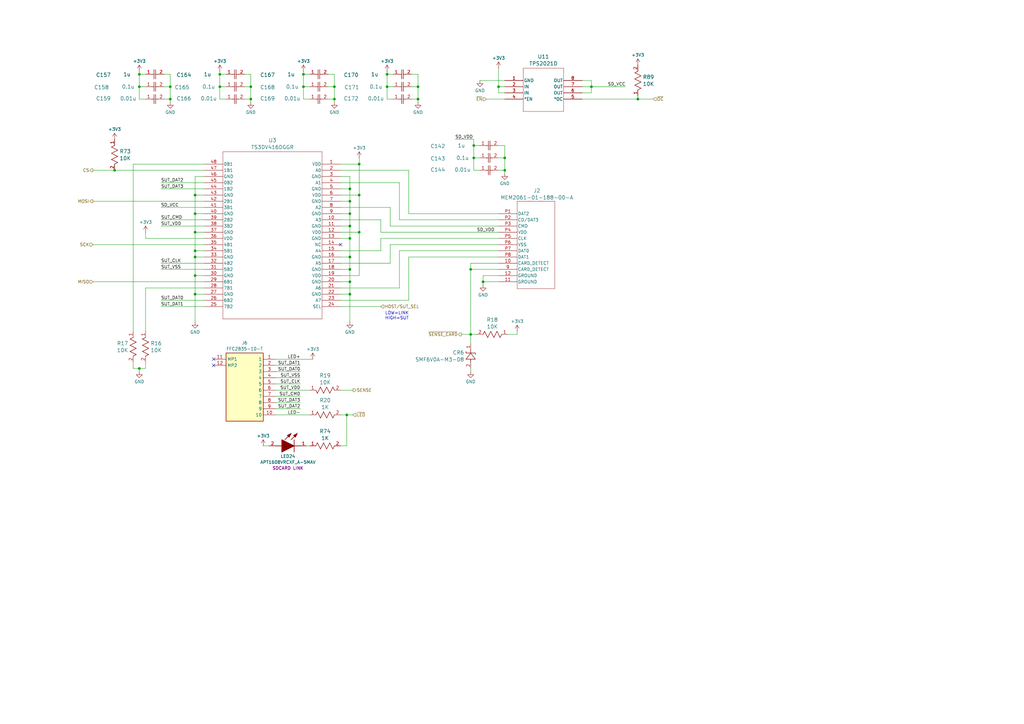
<source format=kicad_sch>
(kicad_sch (version 20231120) (generator "eeschema") (generator_version "8.0")
  (paper "A3")
  (title_block (title "Oro Link") (date "2025-06-02") (rev "9") (company "Oro Operating System") (comment 1 "oro.sh") (comment 2 "Copyright 2023-2025, MPL 2.0") (comment 3 "Joshua Lee Junon"))
  (lib_symbols
    (symbol "OroLink:0402B103J160CT" (pin_names (offset 0.254))
      (property "Reference" "C" (at 3.81 3.81 0))
      (property "Value" "0402B103J160CT" (at 3.81 -3.81 0))
      (symbol "0402B103J160CT_1_1"
        (pin unspecified line (at 0 0 0) (length 2.54) (name "") (number "1"))
        (pin unspecified line (at 7.62 0 180) (length 2.54) (name "") (number "2"))
      )
      (symbol "0402B103J160CT_1_2"
        (pin unspecified line (at 0 0 270) (length 2.54) (name "") (number "1"))
        (pin unspecified line (at 0 -7.62 90) (length 2.54) (name "") (number "2"))
      )
    )
    (symbol "OroLink:APT1608VRCXF_A-5MAV" (pin_names hide)
      (property "Reference" "LED" (at 12.7 8.89 0))
      (property "Value" "APT1608VRCXF_A-5MAV" (at 12.7 6.35 0))
      (symbol "APT1608VRCXF_A-5MAV_1_1"
        (pin passive line (at 0 0 0) (length 2.54) (name "K") (number "1"))
        (pin passive line (at 15.24 0 180) (length 2.54) (name "A") (number "2"))
      )
    )
    (symbol "OroLink:FFC2B35-10-T"
      (property "Reference" "J" (at 21.59 7.62 0))
      (property "Value" "FFC2B35-10-T" (at 21.59 5.08 0))
      (symbol "FFC2B35-10-T_1_1"
        (pin passive line (at 25.4 0 180) (length 5.08) (name "1") (number "1"))
        (pin passive line (at 25.4 -22.86 180) (length 5.08) (name "10") (number "10"))
        (pin passive line (at 0 0 0) (length 5.08) (name "MP1") (number "11"))
        (pin passive line (at 0 -2.54 0) (length 5.08) (name "MP2") (number "12"))
        (pin passive line (at 25.4 -2.54 180) (length 5.08) (name "2") (number "2"))
        (pin passive line (at 25.4 -5.08 180) (length 5.08) (name "3") (number "3"))
        (pin passive line (at 25.4 -7.62 180) (length 5.08) (name "4") (number "4"))
        (pin passive line (at 25.4 -10.16 180) (length 5.08) (name "5") (number "5"))
        (pin passive line (at 25.4 -12.7 180) (length 5.08) (name "6") (number "6"))
        (pin passive line (at 25.4 -15.24 180) (length 5.08) (name "7") (number "7"))
        (pin passive line (at 25.4 -17.78 180) (length 5.08) (name "8") (number "8"))
        (pin passive line (at 25.4 -20.32 180) (length 5.08) (name "9") (number "9"))
      )
    )
    (symbol "OroLink:JMK105BJ105KVHF" (pin_names (offset 0.254))
      (property "Reference" "C" (at 3.81 3.81 0))
      (property "Value" "JMK105BJ105KVHF" (at 3.81 -3.81 0))
      (symbol "JMK105BJ105KVHF_1_1"
        (pin unspecified line (at 0 0 0) (length 2.54) (name "") (number "1"))
        (pin unspecified line (at 7.62 0 180) (length 2.54) (name "") (number "2"))
      )
      (symbol "JMK105BJ105KVHF_1_2"
        (pin unspecified line (at 0 0 270) (length 2.54) (name "") (number "1"))
        (pin unspecified line (at 0 -7.62 90) (length 2.54) (name "") (number "2"))
      )
    )
    (symbol "OroLink:MEM2061-01-188-00-A" (pin_names (offset 0.254))
      (property "Reference" "J2" (at 15.748 9.4369 0))
      (property "Value" "MEM2061-01-188-00-A" (at 15.748 6.604 0))
      (symbol "MEM2061-01-188-00-A_0_1"
        (pin unspecified line (at 0 -20.32 0) (length 7.62) (name "CARD_DETECT") (number "10"))
        (pin power_out line (at 0 -27.94 0) (length 7.62) (name "GROUND") (number "11"))
        (pin power_out line (at 0 -25.4 0) (length 7.62) (name "GROUND") (number "12"))
        (pin unspecified line (at 0 -22.86 0) (length 7.62) (name "CARD_DETECT") (number "9"))
        (pin bidirectional line (at 0 0 0) (length 7.62) (name "DAT2") (number "P1"))
        (pin bidirectional line (at 0 -2.54 0) (length 7.62) (name "CD/DAT3") (number "P2"))
        (pin bidirectional line (at 0 -5.08 0) (length 7.62) (name "CMD") (number "P3"))
        (pin power_in line (at 0 -7.62 0) (length 7.62) (name "VDD") (number "P4"))
        (pin unspecified line (at 0 -10.16 0) (length 7.62) (name "CLK") (number "P5"))
        (pin power_out line (at 0 -12.7 0) (length 7.62) (name "VSS") (number "P6"))
        (pin bidirectional line (at 0 -15.24 0) (length 7.62) (name "DAT0") (number "P7"))
        (pin bidirectional line (at 0 -17.78 0) (length 7.62) (name "DAT1") (number "P8"))
      )
    )
    (symbol "OroLink:MSAST1L3YB5104KFNA01" (pin_names (offset 0.254))
      (property "Reference" "C" (at 3.81 3.81 0))
      (property "Value" "MSAST1L3YB5104KFNA01" (at 3.81 -3.81 0))
      (symbol "MSAST1L3YB5104KFNA01_1_1"
        (pin unspecified line (at 0 0 0) (length 2.54) (name "") (number "1"))
        (pin unspecified line (at 7.62 0 180) (length 2.54) (name "") (number "2"))
      )
      (symbol "MSAST1L3YB5104KFNA01_1_2"
        (pin unspecified line (at 0 0 270) (length 2.54) (name "") (number "1"))
        (pin unspecified line (at 0 -7.62 90) (length 2.54) (name "") (number "2"))
      )
    )
    (symbol "OroLink:RMCF0402FT10K0" (pin_names (offset 0.254))
      (property "Reference" "R" (at 5.715 3.81 0))
      (property "Value" "RMCF0402FT10K0" (at 6.35 -3.81 0))
      (symbol "RMCF0402FT10K0_1_1"
        (pin unspecified line (at 0 0 0) (length 2.54) (name "") (number "1"))
        (pin unspecified line (at 12.7 0 180) (length 2.54) (name "") (number "2"))
      )
      (symbol "RMCF0402FT10K0_1_2"
        (pin unspecified line (at 0 12.7 270) (length 2.54) (name "") (number "1"))
        (pin unspecified line (at 0 0 90) (length 2.54) (name "") (number "2"))
      )
    )
    (symbol "OroLink:SG73P2ATTD102J" (pin_names (offset 0.254))
      (property "Reference" "R" (at 5.715 3.81 0))
      (property "Value" "SG73P2ATTD102J" (at 6.35 -3.81 0))
      (symbol "SG73P2ATTD102J_1_1"
        (pin unspecified line (at 0 0 0) (length 2.54) (name "") (number "1"))
        (pin unspecified line (at 12.7 0 180) (length 2.54) (name "") (number "2"))
      )
      (symbol "SG73P2ATTD102J_1_2"
        (pin unspecified line (at 0 12.7 270) (length 2.54) (name "") (number "1"))
        (pin unspecified line (at 0 0 90) (length 2.54) (name "") (number "2"))
      )
    )
    (symbol "OroLink:SMF6V0A-M3-08" (pin_names (offset 0.254))
      (property "Reference" "CR" (at 5.08 4.445 0))
      (property "Value" "SMF6V0A-M3-08" (at 5.08 -3.81 0))
      (symbol "SMF6V0A-M3-08_0_1"
        (pin unspecified line (at 10.16 0 180) (length 2.54) (name "") (number "1"))
        (pin unspecified line (at 0 0 0) (length 2.54) (name "") (number "2"))
      )
    )
    (symbol "OroLink:TPS2021D" (pin_names (offset 0.254))
      (property "Reference" "U2" (at 15.748 9.4369 0))
      (property "Value" "TPS2021D" (at 15.748 6.604 0))
      (symbol "TPS2021D_0_1"
        (pin input line (at 0 0 0) (length 7.62) (name "GND") (number "1"))
        (pin input line (at 0 -2.54 0) (length 7.62) (name "IN") (number "2"))
        (pin input line (at 0 -5.08 0) (length 7.62) (name "IN") (number "3"))
        (pin input line (at 0 -7.62 0) (length 7.62) (name "*EN") (number "4"))
        (pin output line (at 31.75 -7.62 180) (length 7.62) (name "*OC") (number "5"))
        (pin output line (at 31.75 -5.08 180) (length 7.62) (name "OUT") (number "6"))
        (pin output line (at 31.75 -2.54 180) (length 7.62) (name "OUT") (number "7"))
        (pin output line (at 31.75 0 180) (length 7.62) (name "OUT") (number "8"))
      )
    )
    (symbol "OroLink:TS3DV416DGGR" (pin_names (offset 0.254))
      (property "Reference" "U" (at 27.94 10.16 0))
      (property "Value" "TS3DV416DGGR" (at 27.94 7.62 0))
      (symbol "TS3DV416DGGR_0_1"
        (pin power_in line (at 0 0 0) (length 7.62) (name "VDD") (number "1"))
        (pin bidirectional line (at 0 -22.86 0) (length 7.62) (name "A3") (number "10"))
        (pin power_in line (at 0 -25.4 0) (length 7.62) (name "GND") (number "11"))
        (pin power_in line (at 0 -27.94 0) (length 7.62) (name "VDD") (number "12"))
        (pin power_in line (at 0 -30.48 0) (length 7.62) (name "GND") (number "13"))
        (pin unspecified line (at 0 -33.02 0) (length 7.62) (name "NC") (number "14"))
        (pin bidirectional line (at 0 -35.56 0) (length 7.62) (name "A4") (number "15"))
        (pin power_in line (at 0 -38.1 0) (length 7.62) (name "GND") (number "16"))
        (pin bidirectional line (at 0 -40.64 0) (length 7.62) (name "A5") (number "17"))
        (pin power_in line (at 0 -43.18 0) (length 7.62) (name "GND") (number "18"))
        (pin power_in line (at 0 -45.72 0) (length 7.62) (name "VDD") (number "19"))
        (pin bidirectional line (at 0 -2.54 0) (length 7.62) (name "A0") (number "2"))
        (pin power_in line (at 0 -48.26 0) (length 7.62) (name "GND") (number "20"))
        (pin bidirectional line (at 0 -50.8 0) (length 7.62) (name "A6") (number "21"))
        (pin power_in line (at 0 -53.34 0) (length 7.62) (name "GND") (number "22"))
        (pin bidirectional line (at 0 -55.88 0) (length 7.62) (name "A7") (number "23"))
        (pin input line (at 0 -58.42 0) (length 7.62) (name "SEL") (number "24"))
        (pin bidirectional line (at 55.88 -58.42 180) (length 7.62) (name "7B2") (number "25"))
        (pin bidirectional line (at 55.88 -55.88 180) (length 7.62) (name "6B2") (number "26"))
        (pin power_in line (at 55.88 -53.34 180) (length 7.62) (name "GND") (number "27"))
        (pin bidirectional line (at 55.88 -50.8 180) (length 7.62) (name "7B1") (number "28"))
        (pin bidirectional line (at 55.88 -48.26 180) (length 7.62) (name "6B1") (number "29"))
        (pin power_in line (at 0 -5.08 0) (length 7.62) (name "GND") (number "3"))
        (pin power_in line (at 55.88 -45.72 180) (length 7.62) (name "GND") (number "30"))
        (pin bidirectional line (at 55.88 -43.18 180) (length 7.62) (name "5B2") (number "31"))
        (pin bidirectional line (at 55.88 -40.64 180) (length 7.62) (name "4B2") (number "32"))
        (pin power_in line (at 55.88 -38.1 180) (length 7.62) (name "GND") (number "33"))
        (pin bidirectional line (at 55.88 -35.56 180) (length 7.62) (name "5B1") (number "34"))
        (pin bidirectional line (at 55.88 -33.02 180) (length 7.62) (name "4B1") (number "35"))
        (pin power_in line (at 55.88 -30.48 180) (length 7.62) (name "VDD") (number "36"))
        (pin power_in line (at 55.88 -27.94 180) (length 7.62) (name "GND") (number "37"))
        (pin bidirectional line (at 55.88 -25.4 180) (length 7.62) (name "3B2") (number "38"))
        (pin bidirectional line (at 55.88 -22.86 180) (length 7.62) (name "2B2") (number "39"))
        (pin bidirectional line (at 0 -7.62 0) (length 7.62) (name "A1") (number "4"))
        (pin power_in line (at 55.88 -20.32 180) (length 7.62) (name "GND") (number "40"))
        (pin bidirectional line (at 55.88 -17.78 180) (length 7.62) (name "3B1") (number "41"))
        (pin bidirectional line (at 55.88 -15.24 180) (length 7.62) (name "2B1") (number "42"))
        (pin power_in line (at 55.88 -12.7 180) (length 7.62) (name "GND") (number "43"))
        (pin bidirectional line (at 55.88 -10.16 180) (length 7.62) (name "1B2") (number "44"))
        (pin bidirectional line (at 55.88 -7.62 180) (length 7.62) (name "0B2") (number "45"))
        (pin power_in line (at 55.88 -5.08 180) (length 7.62) (name "GND") (number "46"))
        (pin bidirectional line (at 55.88 -2.54 180) (length 7.62) (name "1B1") (number "47"))
        (pin bidirectional line (at 55.88 0 180) (length 7.62) (name "0B1") (number "48"))
        (pin power_in line (at 0 -10.16 0) (length 7.62) (name "GND") (number "5"))
        (pin power_in line (at 0 -12.7 0) (length 7.62) (name "VDD") (number "6"))
        (pin power_in line (at 0 -15.24 0) (length 7.62) (name "GND") (number "7"))
        (pin bidirectional line (at 0 -17.78 0) (length 7.62) (name "A2") (number "8"))
        (pin power_in line (at 0 -20.32 0) (length 7.62) (name "GND") (number "9"))
      )
    )
    (symbol "power:+3V3" (power) (pin_numbers hide) (pin_names (offset 0) hide)
      (property "Value" "+3V3" (at 0 3.556 0))
      (symbol "+3V3_1_1"
        (pin power_in line (at 0 0 90) (length 0) (name "~") (number "1"))
      )
    )
    (symbol "power:GND" (power) (pin_numbers hide) (pin_names (offset 0) hide)
      (property "Value" "GND" (at 0 -3.81 0))
      (symbol "GND_1_1"
        (pin power_in line (at 0 0 270) (length 0) (name "~") (number "1"))
      )
    )
  )
  (junction (at 143.51 105.41))
  (junction (at 80.01 120.65))
  (junction (at 124.46 30.48))
  (junction (at 137.16 40.64))
  (junction (at 124.46 35.56))
  (junction (at 69.85 35.56))
  (junction (at 147.32 80.01))
  (junction (at 46.99 69.85))
  (junction (at 102.87 40.64))
  (junction (at 90.17 30.48))
  (junction (at 207.01 64.77))
  (junction (at 171.45 40.64))
  (junction (at 194.31 59.69))
  (junction (at 171.45 35.56))
  (junction (at 204.47 35.56))
  (junction (at 143.51 120.65))
  (junction (at 193.04 110.49))
  (junction (at 80.01 105.41))
  (junction (at 147.32 67.31))
  (junction (at 143.51 92.71))
  (junction (at 143.51 97.79))
  (junction (at 143.51 82.55))
  (junction (at 143.51 115.57))
  (junction (at 80.01 102.87))
  (junction (at 57.15 35.56))
  (junction (at 57.15 30.48))
  (junction (at 261.62 40.64))
  (junction (at 194.31 64.77))
  (junction (at 147.32 95.25))
  (junction (at 143.51 77.47))
  (junction (at 242.57 35.56))
  (junction (at 143.51 110.49))
  (junction (at 143.51 87.63))
  (junction (at 207.01 69.85))
  (junction (at 158.75 30.48))
  (junction (at 102.87 35.56))
  (junction (at 158.75 35.56))
  (junction (at 80.01 80.01))
  (junction (at 80.01 113.03))
  (junction (at 80.01 87.63))
  (junction (at 142.24 170.18))
  (junction (at 69.85 40.64))
  (junction (at 90.17 35.56))
  (junction (at 80.01 95.25))
  (junction (at 198.12 115.57))
  (junction (at 57.15 151.13))
  (junction (at 193.04 137.16))
  (junction (at 137.16 35.56))
  (no_connect (at 87.63 147.32))
  (no_connect (at 139.7 100.33))
  (no_connect (at 87.63 149.86))
  (wire (pts (xy 67.31 30.48) (xy 69.85 30.48)))
  (wire (pts (xy 189.23 137.16) (xy 193.04 137.16)))
  (wire (pts (xy 163.83 102.87) (xy 163.83 118.11)))
  (wire (pts (xy 69.85 30.48) (xy 69.85 35.56)))
  (wire (pts (xy 113.03 147.32) (xy 128.27 147.32)))
  (wire (pts (xy 57.15 30.48) (xy 57.15 29.21)))
  (wire (pts (xy 147.32 64.77) (xy 147.32 67.31)))
  (wire (pts (xy 80.01 95.25) (xy 80.01 102.87)))
  (wire (pts (xy 167.64 105.41) (xy 204.47 105.41)))
  (wire (pts (xy 59.69 30.48) (xy 57.15 30.48)))
  (wire (pts (xy 163.83 90.17) (xy 163.83 74.93)))
  (wire (pts (xy 171.45 35.56) (xy 171.45 40.64)))
  (wire (pts (xy 59.69 118.11) (xy 59.69 135.89)))
  (wire (pts (xy 80.01 72.39) (xy 80.01 80.01)))
  (wire (pts (xy 147.32 95.25) (xy 139.7 95.25)))
  (wire (pts (xy 207.01 38.1) (xy 204.47 38.1)))
  (wire (pts (xy 83.82 110.49) (xy 66.04 110.49)))
  (wire (pts (xy 161.29 35.56) (xy 158.75 35.56)))
  (wire (pts (xy 83.82 90.17) (xy 66.04 90.17)))
  (wire (pts (xy 83.82 92.71) (xy 66.04 92.71)))
  (wire (pts (xy 160.02 100.33) (xy 160.02 107.95)))
  (wire (pts (xy 137.16 40.64) (xy 137.16 41.91)))
  (wire (pts (xy 161.29 40.64) (xy 158.75 40.64)))
  (wire (pts (xy 156.21 125.73) (xy 139.7 125.73)))
  (wire (pts (xy 134.62 35.56) (xy 137.16 35.56)))
  (wire (pts (xy 83.82 80.01) (xy 80.01 80.01)))
  (wire (pts (xy 113.03 157.48) (xy 123.19 157.48)))
  (wire (pts (xy 80.01 120.65) (xy 80.01 132.08)))
  (wire (pts (xy 83.82 82.55) (xy 38.1 82.55)))
  (wire (pts (xy 139.7 92.71) (xy 143.51 92.71)))
  (wire (pts (xy 143.51 115.57) (xy 139.7 115.57)))
  (wire (pts (xy 156.21 90.17) (xy 139.7 90.17)))
  (wire (pts (xy 147.32 80.01) (xy 147.32 95.25)))
  (wire (pts (xy 147.32 67.31) (xy 139.7 67.31)))
  (wire (pts (xy 156.21 97.79) (xy 156.21 102.87)))
  (wire (pts (xy 83.82 87.63) (xy 80.01 87.63)))
  (wire (pts (xy 113.03 167.64) (xy 123.19 167.64)))
  (wire (pts (xy 171.45 30.48) (xy 171.45 35.56)))
  (wire (pts (xy 163.83 118.11) (xy 139.7 118.11)))
  (wire (pts (xy 139.7 113.03) (xy 147.32 113.03)))
  (wire (pts (xy 207.01 64.77) (xy 207.01 69.85)))
  (wire (pts (xy 156.21 97.79) (xy 204.47 97.79)))
  (wire (pts (xy 242.57 33.02) (xy 242.57 35.56)))
  (wire (pts (xy 143.51 82.55) (xy 143.51 87.63)))
  (wire (pts (xy 127 35.56) (xy 124.46 35.56)))
  (wire (pts (xy 80.01 87.63) (xy 80.01 95.25)))
  (wire (pts (xy 67.31 35.56) (xy 69.85 35.56)))
  (wire (pts (xy 193.04 107.95) (xy 193.04 110.49)))
  (wire (pts (xy 83.82 118.11) (xy 59.69 118.11)))
  (wire (pts (xy 92.71 40.64) (xy 90.17 40.64)))
  (wire (pts (xy 143.51 115.57) (xy 143.51 120.65)))
  (wire (pts (xy 83.82 100.33) (xy 38.1 100.33)))
  (wire (pts (xy 139.7 72.39) (xy 143.51 72.39)))
  (wire (pts (xy 163.83 102.87) (xy 204.47 102.87)))
  (wire (pts (xy 167.64 87.63) (xy 167.64 69.85)))
  (wire (pts (xy 59.69 95.25) (xy 59.69 97.79)))
  (wire (pts (xy 267.97 40.64) (xy 261.62 40.64)))
  (wire (pts (xy 242.57 35.56) (xy 256.54 35.56)))
  (wire (pts (xy 144.78 160.02) (xy 139.7 160.02)))
  (wire (pts (xy 212.09 137.16) (xy 208.28 137.16)))
  (wire (pts (xy 127 40.64) (xy 124.46 40.64)))
  (wire (pts (xy 161.29 30.48) (xy 158.75 30.48)))
  (wire (pts (xy 160.02 92.71) (xy 160.02 85.09)))
  (wire (pts (xy 139.7 105.41) (xy 143.51 105.41)))
  (wire (pts (xy 83.82 85.09) (xy 66.04 85.09)))
  (wire (pts (xy 212.09 137.16) (xy 212.09 135.89)))
  (wire (pts (xy 83.82 123.19) (xy 66.04 123.19)))
  (wire (pts (xy 193.04 137.16) (xy 195.58 137.16)))
  (wire (pts (xy 102.87 30.48) (xy 102.87 35.56)))
  (wire (pts (xy 143.51 72.39) (xy 143.51 77.47)))
  (wire (pts (xy 83.82 69.85) (xy 46.99 69.85)))
  (wire (pts (xy 160.02 85.09) (xy 139.7 85.09)))
  (wire (pts (xy 134.62 30.48) (xy 137.16 30.48)))
  (wire (pts (xy 139.7 82.55) (xy 143.51 82.55)))
  (wire (pts (xy 207.01 69.85) (xy 207.01 71.12)))
  (wire (pts (xy 158.75 30.48) (xy 158.75 29.21)))
  (wire (pts (xy 139.7 87.63) (xy 143.51 87.63)))
  (wire (pts (xy 168.91 40.64) (xy 171.45 40.64)))
  (wire (pts (xy 59.69 40.64) (xy 57.15 40.64)))
  (wire (pts (xy 204.47 35.56) (xy 207.01 35.56)))
  (wire (pts (xy 261.62 40.64) (xy 238.76 40.64)))
  (wire (pts (xy 100.33 40.64) (xy 102.87 40.64)))
  (wire (pts (xy 238.76 33.02) (xy 242.57 33.02)))
  (wire (pts (xy 59.69 35.56) (xy 57.15 35.56)))
  (wire (pts (xy 113.03 165.1) (xy 123.19 165.1)))
  (wire (pts (xy 90.17 35.56) (xy 90.17 30.48)))
  (wire (pts (xy 163.83 90.17) (xy 204.47 90.17)))
  (wire (pts (xy 57.15 40.64) (xy 57.15 35.56)))
  (wire (pts (xy 160.02 107.95) (xy 139.7 107.95)))
  (wire (pts (xy 83.82 107.95) (xy 66.04 107.95)))
  (wire (pts (xy 83.82 113.03) (xy 80.01 113.03)))
  (wire (pts (xy 158.75 40.64) (xy 158.75 35.56)))
  (wire (pts (xy 160.02 100.33) (xy 204.47 100.33)))
  (wire (pts (xy 167.64 123.19) (xy 139.7 123.19)))
  (wire (pts (xy 147.32 67.31) (xy 147.32 80.01)))
  (wire (pts (xy 238.76 35.56) (xy 242.57 35.56)))
  (wire (pts (xy 107.95 182.88) (xy 110.49 182.88)))
  (wire (pts (xy 194.31 57.15) (xy 194.31 59.69)))
  (wire (pts (xy 100.33 35.56) (xy 102.87 35.56)))
  (wire (pts (xy 113.03 154.94) (xy 123.19 154.94)))
  (wire (pts (xy 158.75 35.56) (xy 158.75 30.48)))
  (wire (pts (xy 143.51 77.47) (xy 143.51 82.55)))
  (wire (pts (xy 57.15 35.56) (xy 57.15 30.48)))
  (wire (pts (xy 139.7 170.18) (xy 142.24 170.18)))
  (wire (pts (xy 196.85 59.69) (xy 194.31 59.69)))
  (wire (pts (xy 207.01 33.02) (xy 196.85 33.02)))
  (wire (pts (xy 54.61 135.89) (xy 54.61 67.31)))
  (wire (pts (xy 124.46 35.56) (xy 124.46 30.48)))
  (wire (pts (xy 92.71 35.56) (xy 90.17 35.56)))
  (wire (pts (xy 113.03 170.18) (xy 127 170.18)))
  (wire (pts (xy 139.7 182.88) (xy 142.24 182.88)))
  (wire (pts (xy 54.61 151.13) (xy 54.61 148.59)))
  (wire (pts (xy 83.82 74.93) (xy 66.04 74.93)))
  (wire (pts (xy 100.33 30.48) (xy 102.87 30.48)))
  (wire (pts (xy 67.31 40.64) (xy 69.85 40.64)))
  (wire (pts (xy 69.85 35.56) (xy 69.85 40.64)))
  (wire (pts (xy 143.51 110.49) (xy 143.51 115.57)))
  (wire (pts (xy 198.12 113.03) (xy 198.12 115.57)))
  (wire (pts (xy 167.64 105.41) (xy 167.64 123.19)))
  (wire (pts (xy 156.21 95.25) (xy 156.21 90.17)))
  (wire (pts (xy 168.91 35.56) (xy 171.45 35.56)))
  (wire (pts (xy 90.17 40.64) (xy 90.17 35.56)))
  (wire (pts (xy 83.82 102.87) (xy 80.01 102.87)))
  (wire (pts (xy 198.12 115.57) (xy 204.47 115.57)))
  (wire (pts (xy 57.15 152.4) (xy 57.15 151.13)))
  (wire (pts (xy 143.51 120.65) (xy 139.7 120.65)))
  (wire (pts (xy 193.04 110.49) (xy 193.04 137.16)))
  (wire (pts (xy 80.01 113.03) (xy 80.01 120.65)))
  (wire (pts (xy 194.31 69.85) (xy 194.31 64.77)))
  (wire (pts (xy 143.51 110.49) (xy 139.7 110.49)))
  (wire (pts (xy 90.17 30.48) (xy 90.17 29.21)))
  (wire (pts (xy 127 30.48) (xy 124.46 30.48)))
  (wire (pts (xy 171.45 40.64) (xy 171.45 41.91)))
  (wire (pts (xy 80.01 80.01) (xy 80.01 87.63)))
  (wire (pts (xy 143.51 120.65) (xy 143.51 132.08)))
  (wire (pts (xy 113.03 160.02) (xy 127 160.02)))
  (wire (pts (xy 124.46 30.48) (xy 124.46 29.21)))
  (wire (pts (xy 46.99 69.85) (xy 38.1 69.85)))
  (wire (pts (xy 261.62 39.37) (xy 261.62 40.64)))
  (wire (pts (xy 196.85 64.77) (xy 194.31 64.77)))
  (wire (pts (xy 134.62 40.64) (xy 137.16 40.64)))
  (wire (pts (xy 59.69 148.59) (xy 59.69 151.13)))
  (wire (pts (xy 193.04 140.97) (xy 193.04 137.16)))
  (wire (pts (xy 156.21 95.25) (xy 204.47 95.25)))
  (wire (pts (xy 199.39 40.64) (xy 207.01 40.64)))
  (wire (pts (xy 59.69 151.13) (xy 57.15 151.13)))
  (wire (pts (xy 156.21 102.87) (xy 139.7 102.87)))
  (wire (pts (xy 80.01 105.41) (xy 80.01 113.03)))
  (wire (pts (xy 204.47 38.1) (xy 204.47 35.56)))
  (wire (pts (xy 238.76 38.1) (xy 242.57 38.1)))
  (wire (pts (xy 163.83 74.93) (xy 139.7 74.93)))
  (wire (pts (xy 83.82 115.57) (xy 38.1 115.57)))
  (wire (pts (xy 69.85 40.64) (xy 69.85 41.91)))
  (wire (pts (xy 167.64 69.85) (xy 139.7 69.85)))
  (wire (pts (xy 83.82 77.47) (xy 66.04 77.47)))
  (wire (pts (xy 160.02 92.71) (xy 204.47 92.71)))
  (wire (pts (xy 142.24 170.18) (xy 144.78 170.18)))
  (wire (pts (xy 147.32 95.25) (xy 147.32 113.03)))
  (wire (pts (xy 83.82 95.25) (xy 80.01 95.25)))
  (wire (pts (xy 147.32 80.01) (xy 139.7 80.01)))
  (wire (pts (xy 83.82 125.73) (xy 66.04 125.73)))
  (wire (pts (xy 139.7 77.47) (xy 143.51 77.47)))
  (wire (pts (xy 204.47 59.69) (xy 207.01 59.69)))
  (wire (pts (xy 193.04 107.95) (xy 204.47 107.95)))
  (wire (pts (xy 143.51 87.63) (xy 143.51 92.71)))
  (wire (pts (xy 204.47 69.85) (xy 207.01 69.85)))
  (wire (pts (xy 204.47 35.56) (xy 204.47 27.94)))
  (wire (pts (xy 83.82 120.65) (xy 80.01 120.65)))
  (wire (pts (xy 113.03 152.4) (xy 123.19 152.4)))
  (wire (pts (xy 204.47 113.03) (xy 198.12 113.03)))
  (wire (pts (xy 113.03 162.56) (xy 123.19 162.56)))
  (wire (pts (xy 168.91 30.48) (xy 171.45 30.48)))
  (wire (pts (xy 83.82 97.79) (xy 59.69 97.79)))
  (wire (pts (xy 57.15 151.13) (xy 54.61 151.13)))
  (wire (pts (xy 142.24 182.88) (xy 142.24 170.18)))
  (wire (pts (xy 83.82 72.39) (xy 80.01 72.39)))
  (wire (pts (xy 242.57 38.1) (xy 242.57 35.56)))
  (wire (pts (xy 139.7 97.79) (xy 143.51 97.79)))
  (wire (pts (xy 193.04 151.13) (xy 193.04 152.4)))
  (wire (pts (xy 102.87 40.64) (xy 102.87 41.91)))
  (wire (pts (xy 83.82 105.41) (xy 80.01 105.41)))
  (wire (pts (xy 124.46 40.64) (xy 124.46 35.56)))
  (wire (pts (xy 143.51 105.41) (xy 143.51 110.49)))
  (wire (pts (xy 102.87 35.56) (xy 102.87 40.64)))
  (wire (pts (xy 204.47 110.49) (xy 193.04 110.49)))
  (wire (pts (xy 137.16 35.56) (xy 137.16 40.64)))
  (wire (pts (xy 204.47 64.77) (xy 207.01 64.77)))
  (wire (pts (xy 143.51 97.79) (xy 143.51 105.41)))
  (wire (pts (xy 167.64 87.63) (xy 204.47 87.63)))
  (wire (pts (xy 198.12 115.57) (xy 198.12 116.84)))
  (wire (pts (xy 125.73 182.88) (xy 127 182.88)))
  (wire (pts (xy 92.71 30.48) (xy 90.17 30.48)))
  (wire (pts (xy 186.69 57.15) (xy 194.31 57.15)))
  (wire (pts (xy 80.01 102.87) (xy 80.01 105.41)))
  (wire (pts (xy 137.16 30.48) (xy 137.16 35.56)))
  (wire (pts (xy 207.01 59.69) (xy 207.01 64.77)))
  (wire (pts (xy 194.31 64.77) (xy 194.31 59.69)))
  (wire (pts (xy 113.03 149.86) (xy 123.19 149.86)))
  (wire (pts (xy 196.85 69.85) (xy 194.31 69.85)))
  (wire (pts (xy 143.51 92.71) (xy 143.51 97.79)))
  (wire (pts (xy 54.61 67.31) (xy 83.82 67.31)))
  (text "LOW=LINK\nHIGH=SUT" (at 162.814 129.54 0) (effects (font (size 1.27 1.27))))
  (label "SUT_DAT3" (at 66.04 77.47 0))
  (label "SUT_DAT1" (at 66.04 125.73 0))
  (label "SUT_VSS" (at 123.19 154.94 180))
  (label "SUT_DAT0" (at 123.19 152.4 180))
  (label "SUT_CLK" (at 123.19 157.48 180))
  (label "SUT_CMD" (at 66.04 90.17 0))
  (label "SUT_DAT1" (at 123.19 149.86 180))
  (label "SUT_DAT0" (at 66.04 123.19 0))
  (label "SD_VCC" (at 256.54 35.56 180))
  (label "SUT_DAT3" (at 123.19 165.1 180))
  (label "SUT_CLK" (at 66.04 107.95 0))
  (label "SD_VDD" (at 186.69 57.15 0))
  (label "SD_VDD" (at 195.58 95.25 0))
  (label "LED+" (at 123.19 147.32 180))
  (label "SUT_VDD" (at 123.19 160.02 180))
  (label "SUT_DAT2" (at 66.04 74.93 0))
  (label "SD_VCC" (at 66.04 85.09 0))
  (label "LED-" (at 123.19 170.18 180))
  (label "SUT_VDD" (at 66.04 92.71 0))
  (label "SUT_DAT2" (at 123.19 167.64 180))
  (label "SUT_CMD" (at 123.19 162.56 180))
  (label "SUT_VSS" (at 66.04 110.49 0))
  (hierarchical_label "~{LED}" (shape input) (at 144.78 170.18 0))
  (hierarchical_label "~{OC}" (shape input) (at 267.97 40.64 0))
  (hierarchical_label "MISO" (shape input) (at 38.1 115.57 180))
  (hierarchical_label "SENSE" (shape output) (at 144.78 160.02 0))
  (hierarchical_label "~{EN}" (shape input) (at 199.39 40.64 180))
  (hierarchical_label "~{SENSE_CARD}" (shape output) (at 189.23 137.16 180))
  (hierarchical_label "SCK" (shape input) (at 38.1 100.33 180))
  (hierarchical_label "CS" (shape output) (at 38.1 69.85 180))
  (hierarchical_label "MOSI" (shape output) (at 38.1 82.55 180))
  (hierarchical_label "HOST{slash}SUT_SEL" (shape input) (at 156.21 125.73 0))
  (symbol (lib_id "OroLink:JMK105BJ105KVHF") (at 161.29 30.48 0) (unit 1)
    (property "Reference" "C170" (at 144.018 30.734 0) (effects (font (size 1.524 1.524))))
    (property "Value" "1u" (at 153.67 30.48 0) (effects (font (size 1.524 1.524))))
    (property "Footprint" "OroLink:cap_UMK105 CG080CV-F_TAY" (effects (hide yes)))
    (property "Datasheet" "https://www.mouser.de/datasheet/2/396/taiyo_yuden_12132018_mlcc11_hq_e-1510082.pdf" (effects (hide yes)))
    (property "Description" "Capacitor, ceramic, 0402, 6.3V, x5R, 1 F, ±10% Rohs Compliant: Yes |Taiyo Yuden JMK105BJ105KVHF" (effects (hide yes)))
    (property "DigiKey ID" "587-3766-1-ND" (effects (hide yes)))
    (property "Arrow ID" "JMK105BJ105KVHF" (effects (hide yes)))
    (property "Mfr. Name" "Taiyo Yuden" (effects (hide yes)))
    (property "Description_1" "Capacitor, ceramic, 0402, 6.3V, x5R, 1 F, ±10% Rohs Compliant: Yes |Taiyo Yuden JMK105BJ105KVHF" (effects (hide yes)))
    (property "Mouser ID" "963-JMK105BJ105KVHF" (effects (hide yes)))
    (property "Mfr. Number" "JMK105BJ105KVHF" (effects (hide yes)))
    (property "Mouser URL" "https://www.mouser.de/ProductDetail/TAIYO-YUDEN/JMK105BJ105KVHF?qs=qPaGMJUC%252BSupRtwk0yj9HQ%3D%3D&utm_source=octopart&utm_medium=aggregator&utm_campaign=963-JMK105BJ105KVHF&utm_content=TAIYO%20YUDEN" (effects (hide yes)))
  )
  (symbol (lib_id "power:+3V3") (at 124.46 29.21 0) (mirror y) (unit 1)
    (property "Reference" "#PWR0104" (effects (hide yes)))
    (property "Value" "+3V3" (at 124.46 25.0769 0))
    (property "Description" "Power symbol creates a global label with name \"+3V3\"" (effects (hide yes)))
  )
  (symbol (lib_id "OroLink:SG73P2ATTD102J") (at 127 170.18 0) (unit 1)
    (property "Reference" "R20" (at 133.35 164.178 0) (effects (font (size 1.524 1.524))))
    (property "Value" "1K" (at 133.35 167.0109 0) (effects (font (size 1.524 1.524))))
    (property "Footprint" "OroLink:RES_SG73P_2A_KOA" (effects (hide yes)))
    (property "Datasheet" "null" (effects (hide yes)))
    (property "Description" "Res Thick Film 0805 1K Ohm 5% 0.5W(1/2W) ±100ppm/C Pad SMD Automotive T/R" (effects (hide yes)))
    (property "Mouser URL" "null" (effects (hide yes)))
    (property "Arrow ID" "SG73P2ATTD102J" (effects (hide yes)))
    (property "Mouser ID" "660-SG73P2ATTD102J" (effects (hide yes)))
    (property "Description_1" "Res Thick Film 0805 1K Ohm 5% 0.5W(1/2W) ±100ppm/C Pad SMD Automotive T/R" (effects (hide yes)))
    (property "DigiKey ID" "2019-SG73P2ATTD102JCT-ND" (effects (hide yes)))
    (property "Mfr. Number" "SG73P2ATTD102J" (effects (hide yes)))
    (property "Mfr. Name" "KOA Speer" (effects (hide yes)))
  )
  (symbol (lib_id "power:+3V3") (at 158.75 29.21 0) (mirror y) (unit 1)
    (property "Reference" "#PWR0108" (effects (hide yes)))
    (property "Value" "+3V3" (at 158.75 25.0769 0))
    (property "Description" "Power symbol creates a global label with name \"+3V3\"" (effects (hide yes)))
  )
  (symbol (lib_id "power:+3V3") (at 212.09 135.89 0) (unit 1)
    (property "Reference" "#PWR073" (effects (hide yes)))
    (property "Value" "+3V3" (at 212.09 131.7569 0))
    (property "Description" "Power symbol creates a global label with name \"+3V3\"" (effects (hide yes)))
  )
  (symbol (lib_id "OroLink:MSAST1L3YB5104KFNA01") (at 127 35.56 0) (unit 1)
    (property "Reference" "C168" (at 109.728 35.814 0) (effects (font (size 1.524 1.524))))
    (property "Value" "0.1u" (at 119.888 35.56 0) (effects (font (size 1.524 1.524))))
    (property "Footprint" "OroLink:CAP_MSAS1L-3_TAY" (effects (hide yes)))
    (property "Datasheet" "https://www.mouser.de/datasheet/2/396/Tayio_Yuden_1102023_MS_mlcc_all_e-3081579.pdf" (effects (hide yes)))
    (property "Description" "Multilayer Ceramic Capacitor, 0.1 uF, 25 V, ± 10%, X5R, 0402 [1005 Metric] - T&R" (effects (hide yes)))
    (property "Mfr. Name" "Taiyo Yuden" (effects (hide yes)))
    (property "Mfr. Number" "MSAST1L3YB5104KFNA01" (effects (hide yes)))
    (property "Mouser URL" "https://www.mouser.de/ProductDetail/TAIYO-YUDEN/MSAST1L3YB5104KFNA01?qs=tlsG%2FOw5FFhBwK%252BMwEZpCA%3D%3D" (effects (hide yes)))
    (property "Description_1" "Multilayer Ceramic Capacitor, 0.1 uF, 25 V, ± 10%, X5R, 0402 [1005 Metric] - T&R" (effects (hide yes)))
    (property "Arrow ID" "MSAST1L3YB5104KFNA01" (effects (hide yes)))
    (property "DigiKey ID" "587-MSAST1L3YB5104KFNA01CT-ND" (effects (hide yes)))
    (property "Mouser ID" "963-MSAST1L3YB5104KF" (effects (hide yes)))
  )
  (symbol (lib_id "power:+3V3") (at 57.15 29.21 0) (mirror y) (unit 1)
    (property "Reference" "#PWR0183" (effects (hide yes)))
    (property "Value" "+3V3" (at 57.15 25.0769 0))
    (property "Description" "Power symbol creates a global label with name \"+3V3\"" (effects (hide yes)))
  )
  (symbol (lib_id "OroLink:0402B103J160CT") (at 59.69 40.64 0) (unit 1)
    (property "Reference" "C159" (at 42.418 40.386 0) (effects (font (size 1.524 1.524))))
    (property "Value" "0.01u" (at 52.578 40.386 0) (effects (font (size 1.524 1.524))))
    (property "Footprint" "OroLink:CAP_0402_N_WAL" (effects (hide yes)))
    (property "Datasheet" "https://www.mouser.de/datasheet/2/210/WTC_MLCC_General_Purpose-1534899.pdf" (effects (hide yes)))
    (property "Description" "Ceramic Capacitor, Multilayer, Ceramic, 16V, 5% +Tol, 5% -Tol, X7R, 15% TC, 0.01uF, Surface Mount, 0402" (effects (hide yes)))
    (property "Mfr. Name" "Walsin" (effects (hide yes)))
    (property "Mouser ID" "791-0402B103J160CT" (effects (hide yes)))
    (property "DigiKey ID" "1292-0402B103J160CT-ND" (effects (hide yes)))
    (property "Arrow ID" "null" (effects (hide yes)))
    (property "Description_1" "Ceramic Capacitor, Multilayer, Ceramic, 16V, 5% +Tol, 5% -Tol, X7R, 15% TC, 0.01uF, Surface Mount, 0402" (effects (hide yes)))
    (property "Mouser URL" "https://www.mouser.de/ProductDetail/Walsin/0402B103J160CT?qs=fIkAfuXiAQJQ%252BjA7a5Mepg%3D%3D&utm_source=octopart&utm_medium=aggregator&utm_campaign=791-0402B103J160CT&utm_content=Walsin" (effects (hide yes)))
    (property "Mfr. Number" "0402B103J160CT" (effects (hide yes)))
  )
  (symbol (lib_id "power:GND") (at 171.45 41.91 0) (mirror y) (unit 1)
    (property "Reference" "#PWR0179" (effects (hide yes)))
    (property "Value" "GND" (at 171.45 46.0431 0))
    (property "Description" "Power symbol creates a global label with name \"GND\" , ground" (effects (hide yes)))
  )
  (symbol (lib_id "power:+3V3") (at 46.99 57.15 0) (mirror y) (unit 1)
    (property "Reference" "#PWR0144" (effects (hide yes)))
    (property "Value" "+3V3" (at 46.99 53.0169 0))
    (property "Description" "Power symbol creates a global label with name \"+3V3\"" (effects (hide yes)))
  )
  (symbol (lib_id "OroLink:RMCF0402FT10K0") (at 46.99 57.15 90) (mirror x) (unit 1)
    (property "Reference" "R73" (at 48.9966 62.0835 90) (effects (font (size 1.524 1.524)) (justify right)))
    (property "Value" "10K" (at 48.9966 64.9164 90) (effects (font (size 1.524 1.524)) (justify right)))
    (property "Footprint" "OroLink:STA_RMCF0402_STP" (effects (hide yes)))
    (property "Datasheet" "https://www.mouser.de/datasheet/2/385/SEI_RMCF_RMCP-3077565.pdf" (effects (hide yes)))
    (property "Description" "Res Thick Film 0402 10K Ohm 1% 0.063W ±100ppm/°C Molded SMD Paper T/R" (effects (hide yes)))
    (property "Description_1" "Res Thick Film 0402 10K Ohm 1% 0.063W ±100ppm/°C Molded SMD Paper T/R" (effects (hide yes)))
    (property "Mfr. Name" "Stackpole International" (effects (hide yes)))
    (property "DigiKey ID" "RMCF0402FT10K0CT-ND" (effects (hide yes)))
    (property "Mouser URL" "https://www.mouser.de/ProductDetail/SEI-Stackpole/RMCF0402FT10K0?qs=FESYatJ8odLDpjm%252BwxiA1Q%3D%3D&utm_source=octopart&utm_medium=aggregator&utm_campaign=708-RMCF0402FT10K0&utm_content=SEI%20Stackpole" (effects (hide yes)))
    (property "Arrow ID" "RMCF0402FT10K0" (effects (hide yes)))
    (property "Mfr. Number" "RMCF0402FT10K0" (effects (hide yes)))
    (property "Mouser ID" "708-RMCF0402FT10K0" (effects (hide yes)))
  )
  (symbol (lib_id "OroLink:SG73P2ATTD102J") (at 127 182.88 0) (unit 1)
    (property "Reference" "R74" (at 133.35 176.878 0) (effects (font (size 1.524 1.524))))
    (property "Value" "1K" (at 133.35 179.7109 0) (effects (font (size 1.524 1.524))))
    (property "Footprint" "OroLink:RES_SG73P_2A_KOA" (effects (hide yes)))
    (property "Datasheet" "null" (effects (hide yes)))
    (property "Description" "Res Thick Film 0805 1K Ohm 5% 0.5W(1/2W) ±100ppm/C Pad SMD Automotive T/R" (effects (hide yes)))
    (property "Mouser URL" "null" (effects (hide yes)))
    (property "Arrow ID" "SG73P2ATTD102J" (effects (hide yes)))
    (property "Mouser ID" "660-SG73P2ATTD102J" (effects (hide yes)))
    (property "Description_1" "Res Thick Film 0805 1K Ohm 5% 0.5W(1/2W) ±100ppm/C Pad SMD Automotive T/R" (effects (hide yes)))
    (property "DigiKey ID" "2019-SG73P2ATTD102JCT-ND" (effects (hide yes)))
    (property "Mfr. Number" "SG73P2ATTD102J" (effects (hide yes)))
    (property "Mfr. Name" "KOA Speer" (effects (hide yes)))
  )
  (symbol (lib_id "OroLink:0402B103J160CT") (at 92.71 40.64 0) (unit 1)
    (property "Reference" "C166" (at 75.438 40.386 0) (effects (font (size 1.524 1.524))))
    (property "Value" "0.01u" (at 85.598 40.386 0) (effects (font (size 1.524 1.524))))
    (property "Footprint" "OroLink:CAP_0402_N_WAL" (effects (hide yes)))
    (property "Datasheet" "https://www.mouser.de/datasheet/2/210/WTC_MLCC_General_Purpose-1534899.pdf" (effects (hide yes)))
    (property "Description" "Ceramic Capacitor, Multilayer, Ceramic, 16V, 5% +Tol, 5% -Tol, X7R, 15% TC, 0.01uF, Surface Mount, 0402" (effects (hide yes)))
    (property "Mfr. Name" "Walsin" (effects (hide yes)))
    (property "Mouser ID" "791-0402B103J160CT" (effects (hide yes)))
    (property "DigiKey ID" "1292-0402B103J160CT-ND" (effects (hide yes)))
    (property "Arrow ID" "null" (effects (hide yes)))
    (property "Description_1" "Ceramic Capacitor, Multilayer, Ceramic, 16V, 5% +Tol, 5% -Tol, X7R, 15% TC, 0.01uF, Surface Mount, 0402" (effects (hide yes)))
    (property "Mouser URL" "https://www.mouser.de/ProductDetail/Walsin/0402B103J160CT?qs=fIkAfuXiAQJQ%252BjA7a5Mepg%3D%3D&utm_source=octopart&utm_medium=aggregator&utm_campaign=791-0402B103J160CT&utm_content=Walsin" (effects (hide yes)))
    (property "Mfr. Number" "0402B103J160CT" (effects (hide yes)))
  )
  (symbol (lib_id "OroLink:JMK105BJ105KVHF") (at 59.69 30.48 0) (unit 1)
    (property "Reference" "C157" (at 42.418 30.734 0) (effects (font (size 1.524 1.524))))
    (property "Value" "1u" (at 52.07 30.48 0) (effects (font (size 1.524 1.524))))
    (property "Footprint" "OroLink:cap_UMK105 CG080CV-F_TAY" (effects (hide yes)))
    (property "Datasheet" "https://www.mouser.de/datasheet/2/396/taiyo_yuden_12132018_mlcc11_hq_e-1510082.pdf" (effects (hide yes)))
    (property "Description" "Capacitor, ceramic, 0402, 6.3V, x5R, 1 F, ±10% Rohs Compliant: Yes |Taiyo Yuden JMK105BJ105KVHF" (effects (hide yes)))
    (property "DigiKey ID" "587-3766-1-ND" (effects (hide yes)))
    (property "Arrow ID" "JMK105BJ105KVHF" (effects (hide yes)))
    (property "Mfr. Name" "Taiyo Yuden" (effects (hide yes)))
    (property "Description_1" "Capacitor, ceramic, 0402, 6.3V, x5R, 1 F, ±10% Rohs Compliant: Yes |Taiyo Yuden JMK105BJ105KVHF" (effects (hide yes)))
    (property "Mouser ID" "963-JMK105BJ105KVHF" (effects (hide yes)))
    (property "Mfr. Number" "JMK105BJ105KVHF" (effects (hide yes)))
    (property "Mouser URL" "https://www.mouser.de/ProductDetail/TAIYO-YUDEN/JMK105BJ105KVHF?qs=qPaGMJUC%252BSupRtwk0yj9HQ%3D%3D&utm_source=octopart&utm_medium=aggregator&utm_campaign=963-JMK105BJ105KVHF&utm_content=TAIYO%20YUDEN" (effects (hide yes)))
  )
  (symbol (lib_id "power:+3V3") (at 128.27 147.32 0) (mirror y) (unit 1)
    (property "Reference" "#PWR075" (effects (hide yes)))
    (property "Value" "+3V3" (at 128.27 143.1869 0))
    (property "Description" "Power symbol creates a global label with name \"+3V3\"" (effects (hide yes)))
  )
  (symbol (lib_id "OroLink:MSAST1L3YB5104KFNA01") (at 161.29 35.56 0) (unit 1)
    (property "Reference" "C171" (at 144.272 35.814 0) (effects (font (size 1.524 1.524))))
    (property "Value" "0.1u" (at 154.178 35.56 0) (effects (font (size 1.524 1.524))))
    (property "Footprint" "OroLink:CAP_MSAS1L-3_TAY" (effects (hide yes)))
    (property "Datasheet" "https://www.mouser.de/datasheet/2/396/Tayio_Yuden_1102023_MS_mlcc_all_e-3081579.pdf" (effects (hide yes)))
    (property "Description" "Multilayer Ceramic Capacitor, 0.1 uF, 25 V, ± 10%, X5R, 0402 [1005 Metric] - T&R" (effects (hide yes)))
    (property "Mfr. Name" "Taiyo Yuden" (effects (hide yes)))
    (property "Mfr. Number" "MSAST1L3YB5104KFNA01" (effects (hide yes)))
    (property "Mouser URL" "https://www.mouser.de/ProductDetail/TAIYO-YUDEN/MSAST1L3YB5104KFNA01?qs=tlsG%2FOw5FFhBwK%252BMwEZpCA%3D%3D" (effects (hide yes)))
    (property "Description_1" "Multilayer Ceramic Capacitor, 0.1 uF, 25 V, ± 10%, X5R, 0402 [1005 Metric] - T&R" (effects (hide yes)))
    (property "Arrow ID" "MSAST1L3YB5104KFNA01" (effects (hide yes)))
    (property "DigiKey ID" "587-MSAST1L3YB5104KFNA01CT-ND" (effects (hide yes)))
    (property "Mouser ID" "963-MSAST1L3YB5104KF" (effects (hide yes)))
  )
  (symbol (lib_id "power:GND") (at 207.01 71.12 0) (mirror y) (unit 1)
    (property "Reference" "#PWR0100" (effects (hide yes)))
    (property "Value" "GND" (at 207.01 75.2531 0))
    (property "Description" "Power symbol creates a global label with name \"GND\" , ground" (effects (hide yes)))
  )
  (symbol (lib_id "power:GND") (at 198.12 116.84 0) (unit 1)
    (property "Reference" "#PWR067" (effects (hide yes)))
    (property "Value" "GND" (at 198.12 120.9731 0))
    (property "Description" "Power symbol creates a global label with name \"GND\" , ground" (effects (hide yes)))
  )
  (symbol (lib_id "power:+3V3") (at 147.32 64.77 0) (mirror y) (unit 1)
    (property "Reference" "#PWR070" (effects (hide yes)))
    (property "Value" "+3V3" (at 147.32 60.6369 0))
    (property "Description" "Power symbol creates a global label with name \"+3V3\"" (effects (hide yes)))
  )
  (symbol (lib_id "power:GND") (at 137.16 41.91 0) (mirror y) (unit 1)
    (property "Reference" "#PWR0106" (effects (hide yes)))
    (property "Value" "GND" (at 137.16 46.0431 0))
    (property "Description" "Power symbol creates a global label with name \"GND\" , ground" (effects (hide yes)))
  )
  (symbol (lib_id "power:GND") (at 80.01 132.08 0) (mirror y) (unit 1)
    (property "Reference" "#PWR068" (effects (hide yes)))
    (property "Value" "GND" (at 80.01 136.2131 0))
    (property "Description" "Power symbol creates a global label with name \"GND\" , ground" (effects (hide yes)))
  )
  (symbol (lib_id "OroLink:MEM2061-01-188-00-A") (at 204.47 87.63 0) (unit 1)
    (property "Reference" "J2" (at 220.218 78.1931 0) (effects (font (size 1.524 1.524))))
    (property "Value" "MEM2061-01-188-00-A" (at 220.218 81.026 0) (effects (font (size 1.524 1.524))))
    (property "Footprint" "OroLink:MEM2061-01-188-00-A_GCT" (effects (hide yes)))
    (property "Datasheet" "https://www.mouser.de/datasheet/2/837/MEM2061-2887869.pdf" (effects (hide yes)))
    (property "Description" "Memory Card Connectors Micro SD Push Push, Closed, SMT, 1.88mm profile, No Peg, T&R" (effects (hide yes)))
    (property "Mouser ID" "640-MEM20610118800A" (effects (hide yes)))
    (property "Mfr. Name" "Global Connector Technology" (effects (hide yes)))
    (property "Mfr. Number" "MEM2061-01-188-00-A" (effects (hide yes)))
    (property "DigiKey ID" "2073-MEM2061-01-188-00-ACT-ND" (effects (hide yes)))
    (property "Mouser URL" "https://www.mouser.de/ProductDetail/GCT/MEM2061-01-188-00-A?qs=KUoIvG%2F9IlYc25USp0M1eQ%3D%3D&utm_source=octopart&utm_medium=aggregator&utm_campaign=640-MEM20610118800A&utm_content=GCT" (effects (hide yes)))
    (property "Description_1" "Memory Card Connectors Micro SD Push Push, Closed, SMT, 1.88mm profile, No Peg, T&R" (effects (hide yes)))
    (property "Arrow ID" "null" (effects (hide yes)))
  )
  (symbol (lib_id "OroLink:RMCF0402FT10K0") (at 54.61 135.89 90) (mirror x) (unit 1)
    (property "Reference" "R17" (at 52.6034 140.8235 90) (effects (font (size 1.524 1.524)) (justify left)))
    (property "Value" "10K" (at 52.6034 143.6564 90) (effects (font (size 1.524 1.524)) (justify left)))
    (property "Footprint" "OroLink:STA_RMCF0402_STP" (effects (hide yes)))
    (property "Datasheet" "https://www.mouser.de/datasheet/2/385/SEI_RMCF_RMCP-3077565.pdf" (effects (hide yes)))
    (property "Description" "Res Thick Film 0402 10K Ohm 1% 0.063W ±100ppm/°C Molded SMD Paper T/R" (effects (hide yes)))
    (property "Description_1" "Res Thick Film 0402 10K Ohm 1% 0.063W ±100ppm/°C Molded SMD Paper T/R" (effects (hide yes)))
    (property "Mfr. Name" "Stackpole International" (effects (hide yes)))
    (property "DigiKey ID" "RMCF0402FT10K0CT-ND" (effects (hide yes)))
    (property "Mouser URL" "https://www.mouser.de/ProductDetail/SEI-Stackpole/RMCF0402FT10K0?qs=FESYatJ8odLDpjm%252BwxiA1Q%3D%3D&utm_source=octopart&utm_medium=aggregator&utm_campaign=708-RMCF0402FT10K0&utm_content=SEI%20Stackpole" (effects (hide yes)))
    (property "Arrow ID" "RMCF0402FT10K0" (effects (hide yes)))
    (property "Mfr. Number" "RMCF0402FT10K0" (effects (hide yes)))
    (property "Mouser ID" "708-RMCF0402FT10K0" (effects (hide yes)))
  )
  (symbol (lib_id "power:GND") (at 196.85 33.02 0) (unit 1)
    (property "Reference" "#PWR0207" (effects (hide yes)))
    (property "Value" "GND" (at 196.85 37.1531 0))
    (property "Description" "Power symbol creates a global label with name \"GND\" , ground" (effects (hide yes)))
  )
  (symbol (lib_id "power:GND") (at 69.85 41.91 0) (mirror y) (unit 1)
    (property "Reference" "#PWR0184" (effects (hide yes)))
    (property "Value" "GND" (at 69.85 46.0431 0))
    (property "Description" "Power symbol creates a global label with name \"GND\" , ground" (effects (hide yes)))
  )
  (symbol (lib_id "power:GND") (at 57.15 152.4 0) (mirror y) (unit 1)
    (property "Reference" "#PWR072" (effects (hide yes)))
    (property "Value" "GND" (at 57.15 156.5331 0))
    (property "Description" "Power symbol creates a global label with name \"GND\" , ground" (effects (hide yes)))
  )
  (symbol (lib_id "power:+3V3") (at 204.47 27.94 0) (unit 1)
    (property "Reference" "#PWR0208" (effects (hide yes)))
    (property "Value" "+3V3" (at 204.47 23.8069 0))
    (property "Description" "Power symbol creates a global label with name \"+3V3\"" (effects (hide yes)))
  )
  (symbol (lib_id "power:GND") (at 193.04 152.4 0) (unit 1)
    (property "Reference" "#PWR098" (effects (hide yes)))
    (property "Value" "GND" (at 193.04 156.5331 0))
    (property "Description" "Power symbol creates a global label with name \"GND\" , ground" (effects (hide yes)))
  )
  (symbol (lib_id "power:+3V3") (at 107.95 182.88 0) (mirror y) (unit 1)
    (property "Reference" "#PWR0180" (effects (hide yes)))
    (property "Value" "+3V3" (at 107.95 178.7469 0))
    (property "Description" "Power symbol creates a global label with name \"+3V3\"" (effects (hide yes)))
  )
  (symbol (lib_id "power:GND") (at 102.87 41.91 0) (mirror y) (unit 1)
    (property "Reference" "#PWR0102" (effects (hide yes)))
    (property "Value" "GND" (at 102.87 46.0431 0))
    (property "Description" "Power symbol creates a global label with name \"GND\" , ground" (effects (hide yes)))
  )
  (symbol (lib_id "OroLink:FFC2B35-10-T") (at 87.63 147.32 0) (unit 1)
    (property "Reference" "J6" (at 100.33 140.6355 0))
    (property "Value" "FFC2B35-10-T" (at 100.33 143.0598 0))
    (property "Footprint" "OroLink:FFC2B3510T" (effects (hide yes)))
    (property "Datasheet" "https://gct.co/files/drawings/ffc2b35.pdf" (effects (hide yes)))
    (property "Description" "10 Position FFC, FPC Connector Contacts, Bottom 0.020\" (0.50mm) Surface Mount, Right Angle" (effects (hide yes)))
    (property "Height" "2.2" (effects (hide yes)))
    (property "Manufacturer_Name" "GCT (GLOBAL CONNECTOR TECHNOLOGY)" (effects (hide yes)))
    (property "Manufacturer_Part_Number" "FFC2B35-10-T" (effects (hide yes)))
    (property "Mouser Part Number" "640-FFC2B35-10-T" (effects (hide yes)))
    (property "Mouser Price/Stock" "https://www.mouser.co.uk/ProductDetail/GCT/FFC2B35-10-T?qs=Li%252BoUPsLEnvL34Nnr1m37A%3D%3D" (effects (hide yes)))
  )
  (symbol (lib_id "OroLink:MSAST1L3YB5104KFNA01") (at 196.85 64.77 0) (unit 1)
    (property "Reference" "C143" (at 179.578 65.024 0) (effects (font (size 1.524 1.524))))
    (property "Value" "0.1u" (at 189.738 64.77 0) (effects (font (size 1.524 1.524))))
    (property "Footprint" "OroLink:CAP_MSAS1L-3_TAY" (effects (hide yes)))
    (property "Datasheet" "https://www.mouser.de/datasheet/2/396/Tayio_Yuden_1102023_MS_mlcc_all_e-3081579.pdf" (effects (hide yes)))
    (property "Description" "Multilayer Ceramic Capacitor, 0.1 uF, 25 V, ± 10%, X5R, 0402 [1005 Metric] - T&R" (effects (hide yes)))
    (property "Mfr. Name" "Taiyo Yuden" (effects (hide yes)))
    (property "Mfr. Number" "MSAST1L3YB5104KFNA01" (effects (hide yes)))
    (property "Mouser URL" "https://www.mouser.de/ProductDetail/TAIYO-YUDEN/MSAST1L3YB5104KFNA01?qs=tlsG%2FOw5FFhBwK%252BMwEZpCA%3D%3D" (effects (hide yes)))
    (property "Description_1" "Multilayer Ceramic Capacitor, 0.1 uF, 25 V, ± 10%, X5R, 0402 [1005 Metric] - T&R" (effects (hide yes)))
    (property "Arrow ID" "MSAST1L3YB5104KFNA01" (effects (hide yes)))
    (property "DigiKey ID" "587-MSAST1L3YB5104KFNA01CT-ND" (effects (hide yes)))
    (property "Mouser ID" "963-MSAST1L3YB5104KF" (effects (hide yes)))
  )
  (symbol (lib_id "OroLink:JMK105BJ105KVHF") (at 92.71 30.48 0) (unit 1)
    (property "Reference" "C164" (at 75.438 30.734 0) (effects (font (size 1.524 1.524))))
    (property "Value" "1u" (at 85.09 30.48 0) (effects (font (size 1.524 1.524))))
    (property "Footprint" "OroLink:cap_UMK105 CG080CV-F_TAY" (effects (hide yes)))
    (property "Datasheet" "https://www.mouser.de/datasheet/2/396/taiyo_yuden_12132018_mlcc11_hq_e-1510082.pdf" (effects (hide yes)))
    (property "Description" "Capacitor, ceramic, 0402, 6.3V, x5R, 1 F, ±10% Rohs Compliant: Yes |Taiyo Yuden JMK105BJ105KVHF" (effects (hide yes)))
    (property "DigiKey ID" "587-3766-1-ND" (effects (hide yes)))
    (property "Arrow ID" "JMK105BJ105KVHF" (effects (hide yes)))
    (property "Mfr. Name" "Taiyo Yuden" (effects (hide yes)))
    (property "Description_1" "Capacitor, ceramic, 0402, 6.3V, x5R, 1 F, ±10% Rohs Compliant: Yes |Taiyo Yuden JMK105BJ105KVHF" (effects (hide yes)))
    (property "Mouser ID" "963-JMK105BJ105KVHF" (effects (hide yes)))
    (property "Mfr. Number" "JMK105BJ105KVHF" (effects (hide yes)))
    (property "Mouser URL" "https://www.mouser.de/ProductDetail/TAIYO-YUDEN/JMK105BJ105KVHF?qs=qPaGMJUC%252BSupRtwk0yj9HQ%3D%3D&utm_source=octopart&utm_medium=aggregator&utm_campaign=963-JMK105BJ105KVHF&utm_content=TAIYO%20YUDEN" (effects (hide yes)))
  )
  (symbol (lib_id "OroLink:SMF6V0A-M3-08") (at 193.04 151.13 90) (unit 1)
    (property "Reference" "CR6" (at 190.3985 144.6335 90) (effects (font (size 1.524 1.524)) (justify left)))
    (property "Value" "SMF6V0A-M3-08" (at 190.3985 147.4664 90) (effects (font (size 1.524 1.524)) (justify left)))
    (property "Footprint" "OroLink:ZDO_SMF_DO-219AB_VIS" (effects (hide yes)))
    (property "Datasheet" "https://www.vishay.com/doc?85881" (effects (hide yes)))
    (property "Description" "ESD PROTECTION DIODE SMF DO219AB" (effects (hide yes)))
    (property "Mfr. Number" "SMF6V0A-M3-08" (effects (hide yes)))
    (property "Mouser ID" "78-SMF6V0A-M3-08" (effects (hide yes)))
    (property "Description_1" "ESD PROTECTION DIODE SMF DO219AB" (effects (hide yes)))
    (property "Mouser URL" "https://www.mouser.de/ProductDetail/Vishay-General-Semiconductor/SMF6V0A-M3-08?qs=liFJyUJTUDEpN6KM4i%2FVgg%3D%3D&utm_source=octopart&utm_medium=aggregator&utm_campaign=78-SMF6V0A-M3-08&utm_content=Vishay" (effects (hide yes)))
    (property "DigiKey ID" "112-SMF6V0A-M3-08DKR-ND" (effects (hide yes)))
    (property "Arrow ID" "null" (effects (hide yes)))
    (property "Mfr. Name" "Vishay" (effects (hide yes)))
  )
  (symbol (lib_id "OroLink:RMCF0402FT10K0") (at 127 160.02 0) (mirror x) (unit 1)
    (property "Reference" "R19" (at 133.35 154.018 0) (effects (font (size 1.524 1.524))))
    (property "Value" "10K" (at 133.35 156.8509 0) (effects (font (size 1.524 1.524))))
    (property "Footprint" "OroLink:STA_RMCF0402_STP" (effects (hide yes)))
    (property "Datasheet" "https://www.mouser.de/datasheet/2/385/SEI_RMCF_RMCP-3077565.pdf" (effects (hide yes)))
    (property "Description" "Res Thick Film 0402 10K Ohm 1% 0.063W ±100ppm/°C Molded SMD Paper T/R" (effects (hide yes)))
    (property "Description_1" "Res Thick Film 0402 10K Ohm 1% 0.063W ±100ppm/°C Molded SMD Paper T/R" (effects (hide yes)))
    (property "Mfr. Name" "Stackpole International" (effects (hide yes)))
    (property "DigiKey ID" "RMCF0402FT10K0CT-ND" (effects (hide yes)))
    (property "Mouser URL" "https://www.mouser.de/ProductDetail/SEI-Stackpole/RMCF0402FT10K0?qs=FESYatJ8odLDpjm%252BwxiA1Q%3D%3D&utm_source=octopart&utm_medium=aggregator&utm_campaign=708-RMCF0402FT10K0&utm_content=SEI%20Stackpole" (effects (hide yes)))
    (property "Arrow ID" "RMCF0402FT10K0" (effects (hide yes)))
    (property "Mfr. Number" "RMCF0402FT10K0" (effects (hide yes)))
    (property "Mouser ID" "708-RMCF0402FT10K0" (effects (hide yes)))
  )
  (symbol (lib_id "OroLink:0402B103J160CT") (at 161.29 40.64 0) (unit 1)
    (property "Reference" "C172" (at 144.018 40.386 0) (effects (font (size 1.524 1.524))))
    (property "Value" "0.01u" (at 154.178 40.386 0) (effects (font (size 1.524 1.524))))
    (property "Footprint" "OroLink:CAP_0402_N_WAL" (effects (hide yes)))
    (property "Datasheet" "https://www.mouser.de/datasheet/2/210/WTC_MLCC_General_Purpose-1534899.pdf" (effects (hide yes)))
    (property "Description" "Ceramic Capacitor, Multilayer, Ceramic, 16V, 5% +Tol, 5% -Tol, X7R, 15% TC, 0.01uF, Surface Mount, 0402" (effects (hide yes)))
    (property "Mfr. Name" "Walsin" (effects (hide yes)))
    (property "Mouser ID" "791-0402B103J160CT" (effects (hide yes)))
    (property "DigiKey ID" "1292-0402B103J160CT-ND" (effects (hide yes)))
    (property "Arrow ID" "null" (effects (hide yes)))
    (property "Description_1" "Ceramic Capacitor, Multilayer, Ceramic, 16V, 5% +Tol, 5% -Tol, X7R, 15% TC, 0.01uF, Surface Mount, 0402" (effects (hide yes)))
    (property "Mouser URL" "https://www.mouser.de/ProductDetail/Walsin/0402B103J160CT?qs=fIkAfuXiAQJQ%252BjA7a5Mepg%3D%3D&utm_source=octopart&utm_medium=aggregator&utm_campaign=791-0402B103J160CT&utm_content=Walsin" (effects (hide yes)))
    (property "Mfr. Number" "0402B103J160CT" (effects (hide yes)))
  )
  (symbol (lib_id "OroLink:RMCF0402FT10K0") (at 261.62 39.37 270) (mirror x) (unit 1)
    (property "Reference" "R89" (at 263.6266 31.6035 90) (effects (font (size 1.524 1.524)) (justify left)))
    (property "Value" "10K" (at 263.6266 34.4364 90) (effects (font (size 1.524 1.524)) (justify left)))
    (property "Footprint" "OroLink:STA_RMCF0402_STP" (effects (hide yes)))
    (property "Datasheet" "https://www.mouser.de/datasheet/2/385/SEI_RMCF_RMCP-3077565.pdf" (effects (hide yes)))
    (property "Description" "Res Thick Film 0402 10K Ohm 1% 0.063W ±100ppm/°C Molded SMD Paper T/R" (effects (hide yes)))
    (property "Description_1" "Res Thick Film 0402 10K Ohm 1% 0.063W ±100ppm/°C Molded SMD Paper T/R" (effects (hide yes)))
    (property "Mfr. Name" "Stackpole International" (effects (hide yes)))
    (property "DigiKey ID" "RMCF0402FT10K0CT-ND" (effects (hide yes)))
    (property "Mouser URL" "https://www.mouser.de/ProductDetail/SEI-Stackpole/RMCF0402FT10K0?qs=FESYatJ8odLDpjm%252BwxiA1Q%3D%3D&utm_source=octopart&utm_medium=aggregator&utm_campaign=708-RMCF0402FT10K0&utm_content=SEI%20Stackpole" (effects (hide yes)))
    (property "Arrow ID" "RMCF0402FT10K0" (effects (hide yes)))
    (property "Mfr. Number" "RMCF0402FT10K0" (effects (hide yes)))
    (property "Mouser ID" "708-RMCF0402FT10K0" (effects (hide yes)))
  )
  (symbol (lib_id "power:+3V3") (at 90.17 29.21 0) (mirror y) (unit 1)
    (property "Reference" "#PWR059" (effects (hide yes)))
    (property "Value" "+3V3" (at 90.17 25.0769 0))
    (property "Description" "Power symbol creates a global label with name \"+3V3\"" (effects (hide yes)))
  )
  (symbol (lib_id "OroLink:TS3DV416DGGR") (at 139.7 67.31 0) (mirror y) (unit 1)
    (property "Reference" "U3" (at 111.76 57.5361 0) (effects (font (size 1.524 1.524))))
    (property "Value" "TS3DV416DGGR" (at 111.76 60.369 0) (effects (font (size 1.524 1.524))))
    (property "Footprint" "OroLink:DGG48" (effects (hide yes)))
    (property "Datasheet" "https://www.ti.com/lit/gpn/ts3dv416" (effects (hide yes)))
    (property "Description" "1.65-Gbps 4-channel differential 8-to-16 and 16-to-8 mux for DVI 1.0/HDMI 1.2a applications 48-TSSOP -40 to 85" (effects (hide yes)))
    (property "Arrow ID" "TS3DV416DGGR" (effects (hide yes)))
    (property "Mfr. Name" "Texas Instruments" (effects (hide yes)))
    (property "Description_1" "1.65-Gbps 4-channel differential 8-to-16 and 16-to-8 mux for DVI 1.0/HDMI 1.2a applications 48-TSSOP -40 to 85" (effects (hide yes)))
    (property "DigiKey ID" "296-21175-1-ND" (effects (hide yes)))
    (property "Mouser ID" "595-TS3DV416DGGR" (effects (hide yes)))
    (property "Mfr. Number" "TS3DV416DGGR" (effects (hide yes)))
    (property "Mouser URL" "https://www.mouser.de/ProductDetail/Texas-Instruments/TS3DV416DGGR?qs=BBezV1N05%2Fv5kXALEegARw%3D%3D" (effects (hide yes)))
  )
  (symbol (lib_id "OroLink:0402B103J160CT") (at 196.85 69.85 0) (unit 1)
    (property "Reference" "C144" (at 179.578 69.596 0) (effects (font (size 1.524 1.524))))
    (property "Value" "0.01u" (at 189.738 69.596 0) (effects (font (size 1.524 1.524))))
    (property "Footprint" "OroLink:CAP_0402_N_WAL" (effects (hide yes)))
    (property "Datasheet" "https://www.mouser.de/datasheet/2/210/WTC_MLCC_General_Purpose-1534899.pdf" (effects (hide yes)))
    (property "Description" "Ceramic Capacitor, Multilayer, Ceramic, 16V, 5% +Tol, 5% -Tol, X7R, 15% TC, 0.01uF, Surface Mount, 0402" (effects (hide yes)))
    (property "Mfr. Name" "Walsin" (effects (hide yes)))
    (property "Mouser ID" "791-0402B103J160CT" (effects (hide yes)))
    (property "DigiKey ID" "1292-0402B103J160CT-ND" (effects (hide yes)))
    (property "Arrow ID" "null" (effects (hide yes)))
    (property "Description_1" "Ceramic Capacitor, Multilayer, Ceramic, 16V, 5% +Tol, 5% -Tol, X7R, 15% TC, 0.01uF, Surface Mount, 0402" (effects (hide yes)))
    (property "Mouser URL" "https://www.mouser.de/ProductDetail/Walsin/0402B103J160CT?qs=fIkAfuXiAQJQ%252BjA7a5Mepg%3D%3D&utm_source=octopart&utm_medium=aggregator&utm_campaign=791-0402B103J160CT&utm_content=Walsin" (effects (hide yes)))
    (property "Mfr. Number" "0402B103J160CT" (effects (hide yes)))
  )
  (symbol (lib_id "OroLink:JMK105BJ105KVHF") (at 127 30.48 0) (unit 1)
    (property "Reference" "C167" (at 109.728 30.734 0) (effects (font (size 1.524 1.524))))
    (property "Value" "1u" (at 119.38 30.48 0) (effects (font (size 1.524 1.524))))
    (property "Footprint" "OroLink:cap_UMK105 CG080CV-F_TAY" (effects (hide yes)))
    (property "Datasheet" "https://www.mouser.de/datasheet/2/396/taiyo_yuden_12132018_mlcc11_hq_e-1510082.pdf" (effects (hide yes)))
    (property "Description" "Capacitor, ceramic, 0402, 6.3V, x5R, 1 F, ±10% Rohs Compliant: Yes |Taiyo Yuden JMK105BJ105KVHF" (effects (hide yes)))
    (property "DigiKey ID" "587-3766-1-ND" (effects (hide yes)))
    (property "Arrow ID" "JMK105BJ105KVHF" (effects (hide yes)))
    (property "Mfr. Name" "Taiyo Yuden" (effects (hide yes)))
    (property "Description_1" "Capacitor, ceramic, 0402, 6.3V, x5R, 1 F, ±10% Rohs Compliant: Yes |Taiyo Yuden JMK105BJ105KVHF" (effects (hide yes)))
    (property "Mouser ID" "963-JMK105BJ105KVHF" (effects (hide yes)))
    (property "Mfr. Number" "JMK105BJ105KVHF" (effects (hide yes)))
    (property "Mouser URL" "https://www.mouser.de/ProductDetail/TAIYO-YUDEN/JMK105BJ105KVHF?qs=qPaGMJUC%252BSupRtwk0yj9HQ%3D%3D&utm_source=octopart&utm_medium=aggregator&utm_campaign=963-JMK105BJ105KVHF&utm_content=TAIYO%20YUDEN" (effects (hide yes)))
  )
  (symbol (lib_id "OroLink:0402B103J160CT") (at 127 40.64 0) (unit 1)
    (property "Reference" "C169" (at 109.728 40.386 0) (effects (font (size 1.524 1.524))))
    (property "Value" "0.01u" (at 119.888 40.386 0) (effects (font (size 1.524 1.524))))
    (property "Footprint" "OroLink:CAP_0402_N_WAL" (effects (hide yes)))
    (property "Datasheet" "https://www.mouser.de/datasheet/2/210/WTC_MLCC_General_Purpose-1534899.pdf" (effects (hide yes)))
    (property "Description" "Ceramic Capacitor, Multilayer, Ceramic, 16V, 5% +Tol, 5% -Tol, X7R, 15% TC, 0.01uF, Surface Mount, 0402" (effects (hide yes)))
    (property "Mfr. Name" "Walsin" (effects (hide yes)))
    (property "Mouser ID" "791-0402B103J160CT" (effects (hide yes)))
    (property "DigiKey ID" "1292-0402B103J160CT-ND" (effects (hide yes)))
    (property "Arrow ID" "null" (effects (hide yes)))
    (property "Description_1" "Ceramic Capacitor, Multilayer, Ceramic, 16V, 5% +Tol, 5% -Tol, X7R, 15% TC, 0.01uF, Surface Mount, 0402" (effects (hide yes)))
    (property "Mouser URL" "https://www.mouser.de/ProductDetail/Walsin/0402B103J160CT?qs=fIkAfuXiAQJQ%252BjA7a5Mepg%3D%3D&utm_source=octopart&utm_medium=aggregator&utm_campaign=791-0402B103J160CT&utm_content=Walsin" (effects (hide yes)))
    (property "Mfr. Number" "0402B103J160CT" (effects (hide yes)))
  )
  (symbol (lib_id "OroLink:MSAST1L3YB5104KFNA01") (at 92.71 35.56 0) (unit 1)
    (property "Reference" "C165" (at 74.676 35.814 0) (effects (font (size 1.524 1.524))))
    (property "Value" "0.1u" (at 85.598 35.56 0) (effects (font (size 1.524 1.524))))
    (property "Footprint" "OroLink:CAP_MSAS1L-3_TAY" (effects (hide yes)))
    (property "Datasheet" "https://www.mouser.de/datasheet/2/396/Tayio_Yuden_1102023_MS_mlcc_all_e-3081579.pdf" (effects (hide yes)))
    (property "Description" "Multilayer Ceramic Capacitor, 0.1 uF, 25 V, ± 10%, X5R, 0402 [1005 Metric] - T&R" (effects (hide yes)))
    (property "Mfr. Name" "Taiyo Yuden" (effects (hide yes)))
    (property "Mfr. Number" "MSAST1L3YB5104KFNA01" (effects (hide yes)))
    (property "Mouser URL" "https://www.mouser.de/ProductDetail/TAIYO-YUDEN/MSAST1L3YB5104KFNA01?qs=tlsG%2FOw5FFhBwK%252BMwEZpCA%3D%3D" (effects (hide yes)))
    (property "Description_1" "Multilayer Ceramic Capacitor, 0.1 uF, 25 V, ± 10%, X5R, 0402 [1005 Metric] - T&R" (effects (hide yes)))
    (property "Arrow ID" "MSAST1L3YB5104KFNA01" (effects (hide yes)))
    (property "DigiKey ID" "587-MSAST1L3YB5104KFNA01CT-ND" (effects (hide yes)))
    (property "Mouser ID" "963-MSAST1L3YB5104KF" (effects (hide yes)))
  )
  (symbol (lib_id "OroLink:APT1608VRCXF_A-5MAV") (at 125.73 182.88 0) (mirror y) (unit 1)
    (property "Reference" "LED24" (at 118.11 187.1401 0))
    (property "Value" "APT1608VRCXF_A-5MAV" (at 118.11 189.5644 0))
    (property "Footprint" "OroLink:APT1608VRCXFA5MAV" (effects (hide yes)))
    (property "Datasheet" "https://www.mouser.co.uk/datasheet/2/216/APT1608VRCXF_A_5MAV-1152496.pdf" (effects (hide yes)))
    (property "Description" "Standard LEDs - SMD 1608 SMD LED Cyan" (effects (hide yes)))
    (property "Height" "0.85" (effects (hide yes)))
    (property "Manufacturer_Name" "Kingbright" (effects (hide yes)))
    (property "Manufacturer_Part_Number" "APT1608VRCXF/A-5MAV" (effects (hide yes)))
    (property "Mouser Part Number" "604-APT1608VRCXF5MAV" (effects (hide yes)))
    (property "Mouser Price/Stock" "https://www.mouser.co.uk/ProductDetail/Kingbright/APT1608VRCXF-A-5MAV?qs=xhbEVWpZdWce9Oiwfj8Zmw%3D%3D" (effects (hide yes)))
    (property "Arrow Part Number" "APT1608VRCXF/A-5MAV" (effects (hide yes)))
    (property "Arrow Price/Stock" "https://www.arrow.com/en/products/apt1608vrcxfa-5mav/kingbright" (effects (hide yes)))
    (property "Note" "SDCARD LINK" (at 118.11 191.9887 0))
  )
  (symbol (lib_id "OroLink:RMCF0402FT10K0") (at 208.28 137.16 180) (unit 1)
    (property "Reference" "R18" (at 201.93 131.158 0) (effects (font (size 1.524 1.524))))
    (property "Value" "10K" (at 201.93 133.9909 0) (effects (font (size 1.524 1.524))))
    (property "Footprint" "OroLink:STA_RMCF0402_STP" (effects (hide yes)))
    (property "Datasheet" "https://www.mouser.de/datasheet/2/385/SEI_RMCF_RMCP-3077565.pdf" (effects (hide yes)))
    (property "Description" "Res Thick Film 0402 10K Ohm 1% 0.063W ±100ppm/°C Molded SMD Paper T/R" (effects (hide yes)))
    (property "Description_1" "Res Thick Film 0402 10K Ohm 1% 0.063W ±100ppm/°C Molded SMD Paper T/R" (effects (hide yes)))
    (property "Mfr. Name" "Stackpole International" (effects (hide yes)))
    (property "DigiKey ID" "RMCF0402FT10K0CT-ND" (effects (hide yes)))
    (property "Mouser URL" "https://www.mouser.de/ProductDetail/SEI-Stackpole/RMCF0402FT10K0?qs=FESYatJ8odLDpjm%252BwxiA1Q%3D%3D&utm_source=octopart&utm_medium=aggregator&utm_campaign=708-RMCF0402FT10K0&utm_content=SEI%20Stackpole" (effects (hide yes)))
    (property "Arrow ID" "RMCF0402FT10K0" (effects (hide yes)))
    (property "Mfr. Number" "RMCF0402FT10K0" (effects (hide yes)))
    (property "Mouser ID" "708-RMCF0402FT10K0" (effects (hide yes)))
  )
  (symbol (lib_id "OroLink:TPS2021D") (at 207.01 33.02 0) (unit 1)
    (property "Reference" "U11" (at 222.885 23.2461 0) (effects (font (size 1.524 1.524))))
    (property "Value" "TPS2021D" (at 222.885 26.079 0) (effects (font (size 1.524 1.524))))
    (property "Footprint" "OroLink:D8" (effects (hide yes)))
    (property "Datasheet" "https://www.ti.com/lit/gpn/tps2021" (effects (hide yes)))
    (property "Description" "0.6A loading, 2.7-5.5V, 33mΩ USB power switch, active-low 8-SOIC -40 to 85" (effects (hide yes)))
    (property "Description_1" "0.6A loading, 2.7-5.5V, 33mΩ USB power switch, active-low 8-SOIC -40 to 85" (effects (hide yes)))
    (property "Mouser URL" "https://www.mouser.de/ProductDetail/Texas-Instruments/TPS2021D?qs=ojKcPFmCWSUPv7ekuPgZQA%3D%3D" (effects (hide yes)))
    (property "Mouser ID" "595-TPS2021D" (effects (hide yes)))
    (property "DigiKey ID" "296-2561-5-ND" (effects (hide yes)))
    (property "Mfr. Name" "Texas Instruments" (effects (hide yes)))
    (property "Mfr. Number" "TPS2021D" (effects (hide yes)))
    (property "Arrow ID" "TPS2021D" (effects (hide yes)))
  )
  (symbol (lib_id "power:+3V3") (at 59.69 95.25 0) (mirror y) (unit 1)
    (property "Reference" "#PWR069" (effects (hide yes)))
    (property "Value" "+3V3" (at 59.69 91.1169 0))
    (property "Description" "Power symbol creates a global label with name \"+3V3\"" (effects (hide yes)))
  )
  (symbol (lib_id "OroLink:MSAST1L3YB5104KFNA01") (at 59.69 35.56 0) (unit 1)
    (property "Reference" "C158" (at 41.656 35.814 0) (effects (font (size 1.524 1.524))))
    (property "Value" "0.1u" (at 52.578 35.56 0) (effects (font (size 1.524 1.524))))
    (property "Footprint" "OroLink:CAP_MSAS1L-3_TAY" (effects (hide yes)))
    (property "Datasheet" "https://www.mouser.de/datasheet/2/396/Tayio_Yuden_1102023_MS_mlcc_all_e-3081579.pdf" (effects (hide yes)))
    (property "Description" "Multilayer Ceramic Capacitor, 0.1 uF, 25 V, ± 10%, X5R, 0402 [1005 Metric] - T&R" (effects (hide yes)))
    (property "Mfr. Name" "Taiyo Yuden" (effects (hide yes)))
    (property "Mfr. Number" "MSAST1L3YB5104KFNA01" (effects (hide yes)))
    (property "Mouser URL" "https://www.mouser.de/ProductDetail/TAIYO-YUDEN/MSAST1L3YB5104KFNA01?qs=tlsG%2FOw5FFhBwK%252BMwEZpCA%3D%3D" (effects (hide yes)))
    (property "Description_1" "Multilayer Ceramic Capacitor, 0.1 uF, 25 V, ± 10%, X5R, 0402 [1005 Metric] - T&R" (effects (hide yes)))
    (property "Arrow ID" "MSAST1L3YB5104KFNA01" (effects (hide yes)))
    (property "DigiKey ID" "587-MSAST1L3YB5104KFNA01CT-ND" (effects (hide yes)))
    (property "Mouser ID" "963-MSAST1L3YB5104KF" (effects (hide yes)))
  )
  (symbol (lib_id "power:GND") (at 143.51 132.08 0) (mirror y) (unit 1)
    (property "Reference" "#PWR071" (effects (hide yes)))
    (property "Value" "GND" (at 143.51 136.2131 0))
    (property "Description" "Power symbol creates a global label with name \"GND\" , ground" (effects (hide yes)))
  )
  (symbol (lib_id "OroLink:JMK105BJ105KVHF") (at 196.85 59.69 0) (unit 1)
    (property "Reference" "C142" (at 179.578 59.944 0) (effects (font (size 1.524 1.524))))
    (property "Value" "1u" (at 189.23 59.69 0) (effects (font (size 1.524 1.524))))
    (property "Footprint" "OroLink:cap_UMK105 CG080CV-F_TAY" (effects (hide yes)))
    (property "Datasheet" "https://www.mouser.de/datasheet/2/396/taiyo_yuden_12132018_mlcc11_hq_e-1510082.pdf" (effects (hide yes)))
    (property "Description" "Capacitor, ceramic, 0402, 6.3V, x5R, 1 F, ±10% Rohs Compliant: Yes |Taiyo Yuden JMK105BJ105KVHF" (effects (hide yes)))
    (property "DigiKey ID" "587-3766-1-ND" (effects (hide yes)))
    (property "Arrow ID" "JMK105BJ105KVHF" (effects (hide yes)))
    (property "Mfr. Name" "Taiyo Yuden" (effects (hide yes)))
    (property "Description_1" "Capacitor, ceramic, 0402, 6.3V, x5R, 1 F, ±10% Rohs Compliant: Yes |Taiyo Yuden JMK105BJ105KVHF" (effects (hide yes)))
    (property "Mouser ID" "963-JMK105BJ105KVHF" (effects (hide yes)))
    (property "Mfr. Number" "JMK105BJ105KVHF" (effects (hide yes)))
    (property "Mouser URL" "https://www.mouser.de/ProductDetail/TAIYO-YUDEN/JMK105BJ105KVHF?qs=qPaGMJUC%252BSupRtwk0yj9HQ%3D%3D&utm_source=octopart&utm_medium=aggregator&utm_campaign=963-JMK105BJ105KVHF&utm_content=TAIYO%20YUDEN" (effects (hide yes)))
  )
  (symbol (lib_id "OroLink:RMCF0402FT10K0") (at 59.69 135.89 90) (mirror x) (unit 1)
    (property "Reference" "R16" (at 61.6966 140.8235 90) (effects (font (size 1.524 1.524)) (justify right)))
    (property "Value" "10K" (at 61.6966 143.6564 90) (effects (font (size 1.524 1.524)) (justify right)))
    (property "Footprint" "OroLink:STA_RMCF0402_STP" (effects (hide yes)))
    (property "Datasheet" "https://www.mouser.de/datasheet/2/385/SEI_RMCF_RMCP-3077565.pdf" (effects (hide yes)))
    (property "Description" "Res Thick Film 0402 10K Ohm 1% 0.063W ±100ppm/°C Molded SMD Paper T/R" (effects (hide yes)))
    (property "Description_1" "Res Thick Film 0402 10K Ohm 1% 0.063W ±100ppm/°C Molded SMD Paper T/R" (effects (hide yes)))
    (property "Mfr. Name" "Stackpole International" (effects (hide yes)))
    (property "DigiKey ID" "RMCF0402FT10K0CT-ND" (effects (hide yes)))
    (property "Mouser URL" "https://www.mouser.de/ProductDetail/SEI-Stackpole/RMCF0402FT10K0?qs=FESYatJ8odLDpjm%252BwxiA1Q%3D%3D&utm_source=octopart&utm_medium=aggregator&utm_campaign=708-RMCF0402FT10K0&utm_content=SEI%20Stackpole" (effects (hide yes)))
    (property "Arrow ID" "RMCF0402FT10K0" (effects (hide yes)))
    (property "Mfr. Number" "RMCF0402FT10K0" (effects (hide yes)))
    (property "Mouser ID" "708-RMCF0402FT10K0" (effects (hide yes)))
  )
  (symbol (lib_id "power:+3V3") (at 261.62 26.67 0) (unit 1)
    (property "Reference" "#PWR0209" (effects (hide yes)))
    (property "Value" "+3V3" (at 261.62 22.5369 0))
    (property "Description" "Power symbol creates a global label with name \"+3V3\"" (effects (hide yes)))
  )
)
</source>
